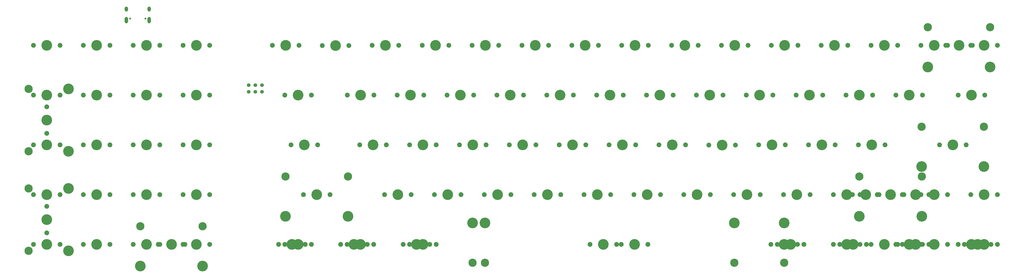
<source format=gts>
G04 #@! TF.GenerationSoftware,KiCad,Pcbnew,(5.1.4)-1*
G04 #@! TF.CreationDate,2020-09-26T23:04:53-04:00*
G04 #@! TF.ProjectId,southpawpcbv2,736f7574-6870-4617-9770-636276322e6b,rev?*
G04 #@! TF.SameCoordinates,Original*
G04 #@! TF.FileFunction,Soldermask,Top*
G04 #@! TF.FilePolarity,Negative*
%FSLAX46Y46*%
G04 Gerber Fmt 4.6, Leading zero omitted, Abs format (unit mm)*
G04 Created by KiCad (PCBNEW (5.1.4)-1) date 2020-09-26 23:04:53*
%MOMM*%
%LPD*%
G04 APERTURE LIST*
%ADD10C,4.087800*%
%ADD11C,1.850000*%
%ADD12C,3.148000*%
%ADD13C,0.750000*%
%ADD14O,1.300000X2.500000*%
%ADD15O,1.300000X1.900000*%
%ADD16C,1.408000*%
G04 APERTURE END LIST*
D10*
G04 #@! TO.C,MX101*
X251587000Y6350000D03*
D11*
X246507000Y6350000D03*
X256667000Y6350000D03*
G04 #@! TD*
D10*
G04 #@! TO.C,MX13*
X17526000Y6350000D03*
D11*
X12446000Y6350000D03*
X22606000Y6350000D03*
D12*
X5619750Y13335000D03*
X29432250Y13335000D03*
D10*
X5619750Y-1905000D03*
X29432250Y-1905000D03*
G04 #@! TD*
G04 #@! TO.C,MX60*
X182499000Y6350000D03*
D11*
X177419000Y6350000D03*
X187579000Y6350000D03*
D12*
X132499100Y-635000D03*
X232498900Y-635000D03*
D10*
X132499100Y14605000D03*
X232498900Y14605000D03*
G04 #@! TD*
G04 #@! TO.C,MX61*
X194437000Y6350000D03*
D11*
X189357000Y6350000D03*
X199517000Y6350000D03*
D12*
X137287000Y-635000D03*
X251587000Y-635000D03*
D10*
X137287000Y14605000D03*
X251587000Y14605000D03*
G04 #@! TD*
G04 #@! TO.C,MX98*
X315995192Y44469869D03*
D11*
X310915192Y44469869D03*
X321075192Y44469869D03*
D12*
X304088942Y51454869D03*
X327901442Y51454869D03*
D10*
X304088942Y36214869D03*
X327901442Y36214869D03*
G04 #@! TD*
G04 #@! TO.C,MX68*
X227841206Y44414246D03*
D11*
X222761206Y44414246D03*
X232921206Y44414246D03*
G04 #@! TD*
D10*
G04 #@! TO.C,MX38*
X99280341Y82549283D03*
D11*
X94200341Y82549283D03*
X104360341Y82549283D03*
G04 #@! TD*
D10*
G04 #@! TO.C,MX56*
X175514000Y82550000D03*
D11*
X170434000Y82550000D03*
X180594000Y82550000D03*
G04 #@! TD*
D10*
G04 #@! TO.C,MX93*
X301752000Y6350000D03*
D11*
X296672000Y6350000D03*
X306832000Y6350000D03*
G04 #@! TD*
D10*
G04 #@! TO.C,MX88*
X308864000Y6350000D03*
D11*
X303784000Y6350000D03*
X313944000Y6350000D03*
G04 #@! TD*
D10*
G04 #@! TO.C,MX104*
X299339000Y6350000D03*
D11*
X294259000Y6350000D03*
X304419000Y6350000D03*
G04 #@! TD*
D10*
G04 #@! TO.C,MX28*
X282702000Y25400000D03*
D11*
X277622000Y25400000D03*
X287782000Y25400000D03*
G04 #@! TD*
D10*
G04 #@! TO.C,MX12*
X-11049000Y6350000D03*
D11*
X-16129000Y6350000D03*
X-5969000Y6350000D03*
G04 #@! TD*
D10*
G04 #@! TO.C,MX97*
X323124788Y63519096D03*
D11*
X318044788Y63519096D03*
X328204788Y63519096D03*
G04 #@! TD*
D10*
G04 #@! TO.C,MX24*
X63500000Y6350000D03*
D11*
X58420000Y6350000D03*
X68580000Y6350000D03*
G04 #@! TD*
D10*
G04 #@! TO.C,MX81*
X277876000Y6350000D03*
D11*
X272796000Y6350000D03*
X282956000Y6350000D03*
G04 #@! TD*
D13*
G04 #@! TO.C,USB1*
X7538200Y92810000D03*
X1758200Y92810000D03*
D14*
X328200Y92280000D03*
X8968200Y92280000D03*
D15*
X328200Y96460000D03*
X8968200Y96460000D03*
G04 #@! TD*
D16*
G04 #@! TO.C,J1*
X52070000Y64770000D03*
X52070000Y67310000D03*
X46990000Y67310000D03*
X46990000Y64770000D03*
X49530000Y67310000D03*
X49530000Y64770000D03*
G04 #@! TD*
D10*
G04 #@! TO.C,MX103*
X327914000Y82550000D03*
D11*
X322834000Y82550000D03*
X332994000Y82550000D03*
G04 #@! TD*
D10*
G04 #@! TO.C,MX102*
X318343779Y82556296D03*
D11*
X313263779Y82556296D03*
X323423779Y82556296D03*
D12*
X306437529Y89541296D03*
X330250029Y89541296D03*
D10*
X306437529Y74301296D03*
X330250029Y74301296D03*
G04 #@! TD*
G04 #@! TO.C,MX100*
X323088000Y6350000D03*
D11*
X318008000Y6350000D03*
X328168000Y6350000D03*
G04 #@! TD*
D10*
G04 #@! TO.C,MX99*
X327914000Y25400000D03*
D11*
X322834000Y25400000D03*
X332994000Y25400000D03*
G04 #@! TD*
D10*
G04 #@! TO.C,MX96*
X308864000Y82550000D03*
D11*
X303784000Y82550000D03*
X313944000Y82550000D03*
G04 #@! TD*
G04 #@! TO.C,MX95*
X330581000Y6350000D03*
X320421000Y6350000D03*
D10*
X325501000Y6350000D03*
G04 #@! TD*
G04 #@! TO.C,MX94*
X327914000Y6350000D03*
D11*
X322834000Y6350000D03*
X332994000Y6350000D03*
G04 #@! TD*
D10*
G04 #@! TO.C,MX92*
X308864000Y25400000D03*
D11*
X303784000Y25400000D03*
X313944000Y25400000D03*
G04 #@! TD*
D10*
G04 #@! TO.C,MX90*
X299290998Y63514483D03*
D11*
X294210998Y63514483D03*
X304370998Y63514483D03*
G04 #@! TD*
D10*
G04 #@! TO.C,MX89*
X289814000Y82550000D03*
D11*
X284734000Y82550000D03*
X294894000Y82550000D03*
G04 #@! TD*
D10*
G04 #@! TO.C,MX87*
X301752000Y25400000D03*
D11*
X296672000Y25400000D03*
X306832000Y25400000D03*
G04 #@! TD*
D10*
G04 #@! TO.C,MX86*
X289814000Y6350000D03*
D11*
X284734000Y6350000D03*
X294894000Y6350000D03*
G04 #@! TD*
D10*
G04 #@! TO.C,MX85*
X304133250Y17145000D03*
X280320750Y17145000D03*
D12*
X304133250Y32385000D03*
X280320750Y32385000D03*
D11*
X297307000Y25400000D03*
X287147000Y25400000D03*
D10*
X292227000Y25400000D03*
G04 #@! TD*
G04 #@! TO.C,MX84*
X284988000Y44450000D03*
D11*
X279908000Y44450000D03*
X290068000Y44450000D03*
G04 #@! TD*
D10*
G04 #@! TO.C,MX83*
X280289000Y63500000D03*
D11*
X275209000Y63500000D03*
X285369000Y63500000D03*
G04 #@! TD*
D10*
G04 #@! TO.C,MX82*
X270764000Y82550000D03*
D11*
X265684000Y82550000D03*
X275844000Y82550000D03*
G04 #@! TD*
D10*
G04 #@! TO.C,MX80*
X275463000Y6350000D03*
D11*
X270383000Y6350000D03*
X280543000Y6350000D03*
G04 #@! TD*
D10*
G04 #@! TO.C,MX79*
X275463000Y25400000D03*
D11*
X270383000Y25400000D03*
X280543000Y25400000D03*
G04 #@! TD*
D10*
G04 #@! TO.C,MX78*
X265938000Y44450000D03*
D11*
X260858000Y44450000D03*
X271018000Y44450000D03*
G04 #@! TD*
D10*
G04 #@! TO.C,MX77*
X261239000Y63500000D03*
D11*
X256159000Y63500000D03*
X266319000Y63500000D03*
G04 #@! TD*
D10*
G04 #@! TO.C,MX76*
X251714000Y82550000D03*
D11*
X246634000Y82550000D03*
X256794000Y82550000D03*
G04 #@! TD*
D10*
G04 #@! TO.C,MX75*
X254000000Y6350000D03*
D11*
X248920000Y6350000D03*
X259080000Y6350000D03*
G04 #@! TD*
D10*
G04 #@! TO.C,MX74*
X256413000Y25400000D03*
D11*
X251333000Y25400000D03*
X261493000Y25400000D03*
G04 #@! TD*
D10*
G04 #@! TO.C,MX73*
X246881586Y44481515D03*
D11*
X241801586Y44481515D03*
X251961586Y44481515D03*
G04 #@! TD*
D10*
G04 #@! TO.C,MX72*
X242189000Y63500000D03*
D11*
X237109000Y63500000D03*
X247269000Y63500000D03*
G04 #@! TD*
D10*
G04 #@! TO.C,MX71*
X232664000Y82550000D03*
D11*
X227584000Y82550000D03*
X237744000Y82550000D03*
G04 #@! TD*
D10*
G04 #@! TO.C,MX69*
X237363000Y25400000D03*
D11*
X232283000Y25400000D03*
X242443000Y25400000D03*
G04 #@! TD*
D10*
G04 #@! TO.C,MX67*
X223139000Y63500000D03*
D11*
X218059000Y63500000D03*
X228219000Y63500000D03*
G04 #@! TD*
D10*
G04 #@! TO.C,MX66*
X213614000Y82550000D03*
D11*
X208534000Y82550000D03*
X218694000Y82550000D03*
G04 #@! TD*
D10*
G04 #@! TO.C,MX65*
X218313000Y25400000D03*
D11*
X213233000Y25400000D03*
X223393000Y25400000D03*
G04 #@! TD*
G04 #@! TO.C,MX64*
X213868000Y44450000D03*
X203708000Y44450000D03*
D10*
X208788000Y44450000D03*
G04 #@! TD*
G04 #@! TO.C,MX63*
X204089000Y63500000D03*
D11*
X199009000Y63500000D03*
X209169000Y63500000D03*
G04 #@! TD*
D10*
G04 #@! TO.C,MX62*
X194564000Y82550000D03*
D11*
X189484000Y82550000D03*
X199644000Y82550000D03*
G04 #@! TD*
D10*
G04 #@! TO.C,MX59*
X199263000Y25400000D03*
D11*
X194183000Y25400000D03*
X204343000Y25400000D03*
G04 #@! TD*
D10*
G04 #@! TO.C,MX58*
X189738000Y44450000D03*
D11*
X184658000Y44450000D03*
X194818000Y44450000D03*
G04 #@! TD*
D10*
G04 #@! TO.C,MX57*
X185039000Y63500000D03*
D11*
X179959000Y63500000D03*
X190119000Y63500000D03*
G04 #@! TD*
D10*
G04 #@! TO.C,MX55*
X180213000Y25400000D03*
D11*
X175133000Y25400000D03*
X185293000Y25400000D03*
G04 #@! TD*
D10*
G04 #@! TO.C,MX54*
X170688000Y44450000D03*
D11*
X165608000Y44450000D03*
X175768000Y44450000D03*
G04 #@! TD*
D10*
G04 #@! TO.C,MX53*
X165989000Y63500000D03*
D11*
X160909000Y63500000D03*
X171069000Y63500000D03*
G04 #@! TD*
D10*
G04 #@! TO.C,MX52*
X156464000Y82550000D03*
D11*
X151384000Y82550000D03*
X161544000Y82550000D03*
G04 #@! TD*
D10*
G04 #@! TO.C,MX50*
X161163000Y25400000D03*
D11*
X156083000Y25400000D03*
X166243000Y25400000D03*
G04 #@! TD*
D10*
G04 #@! TO.C,MX49*
X151638000Y44450000D03*
D11*
X146558000Y44450000D03*
X156718000Y44450000D03*
G04 #@! TD*
D10*
G04 #@! TO.C,MX48*
X146939000Y63500000D03*
D11*
X141859000Y63500000D03*
X152019000Y63500000D03*
G04 #@! TD*
D10*
G04 #@! TO.C,MX47*
X137414000Y82550000D03*
D11*
X132334000Y82550000D03*
X142494000Y82550000D03*
G04 #@! TD*
D10*
G04 #@! TO.C,MX46*
X142113000Y25400000D03*
D11*
X137033000Y25400000D03*
X147193000Y25400000D03*
G04 #@! TD*
D10*
G04 #@! TO.C,MX45*
X132588000Y44450000D03*
D11*
X127508000Y44450000D03*
X137668000Y44450000D03*
G04 #@! TD*
D10*
G04 #@! TO.C,MX44*
X127889000Y63500000D03*
D11*
X122809000Y63500000D03*
X132969000Y63500000D03*
G04 #@! TD*
D10*
G04 #@! TO.C,MX43*
X118364000Y82550000D03*
D11*
X113284000Y82550000D03*
X123444000Y82550000D03*
G04 #@! TD*
D10*
G04 #@! TO.C,MX42*
X113538000Y6350000D03*
D11*
X108458000Y6350000D03*
X118618000Y6350000D03*
G04 #@! TD*
D10*
G04 #@! TO.C,MX41*
X123063000Y25400000D03*
D11*
X117983000Y25400000D03*
X128143000Y25400000D03*
G04 #@! TD*
D10*
G04 #@! TO.C,MX40*
X113538000Y44450000D03*
D11*
X108458000Y44450000D03*
X118618000Y44450000D03*
G04 #@! TD*
D10*
G04 #@! TO.C,MX39*
X108839000Y63500000D03*
D11*
X103759000Y63500000D03*
X113919000Y63500000D03*
G04 #@! TD*
D10*
G04 #@! TO.C,MX37*
X111125000Y6350000D03*
D11*
X106045000Y6350000D03*
X116205000Y6350000D03*
G04 #@! TD*
D10*
G04 #@! TO.C,MX36*
X89662000Y6350000D03*
D11*
X84582000Y6350000D03*
X94742000Y6350000D03*
G04 #@! TD*
D10*
G04 #@! TO.C,MX35*
X104013000Y25400000D03*
D11*
X98933000Y25400000D03*
X109093000Y25400000D03*
G04 #@! TD*
D10*
G04 #@! TO.C,MX34*
X94488000Y44450000D03*
D11*
X89408000Y44450000D03*
X99568000Y44450000D03*
G04 #@! TD*
D10*
G04 #@! TO.C,MX33*
X89789000Y63500000D03*
D11*
X84709000Y63500000D03*
X94869000Y63500000D03*
G04 #@! TD*
D10*
G04 #@! TO.C,MX32*
X80207937Y82532005D03*
D11*
X75127937Y82532005D03*
X85287937Y82532005D03*
G04 #@! TD*
D10*
G04 #@! TO.C,MX31*
X87249000Y6350000D03*
D11*
X82169000Y6350000D03*
X92329000Y6350000D03*
G04 #@! TD*
D10*
G04 #@! TO.C,MX30*
X73025000Y25400000D03*
D11*
X67945000Y25400000D03*
X78105000Y25400000D03*
D12*
X61118750Y32385000D03*
X84931250Y32385000D03*
D10*
X61118750Y17145000D03*
X84931250Y17145000D03*
G04 #@! TD*
G04 #@! TO.C,MX29*
X65913000Y6350000D03*
D11*
X60833000Y6350000D03*
X70993000Y6350000D03*
G04 #@! TD*
D10*
G04 #@! TO.C,MX27*
X68288579Y44447006D03*
D11*
X63208579Y44447006D03*
X73368579Y44447006D03*
G04 #@! TD*
D10*
G04 #@! TO.C,MX26*
X65913000Y63500000D03*
D11*
X60833000Y63500000D03*
X70993000Y63500000D03*
G04 #@! TD*
D10*
G04 #@! TO.C,MX25*
X61162065Y82550000D03*
D11*
X56082065Y82550000D03*
X66242065Y82550000D03*
G04 #@! TD*
D10*
G04 #@! TO.C,MX23*
X27051000Y6350000D03*
D11*
X21971000Y6350000D03*
X32131000Y6350000D03*
G04 #@! TD*
D10*
G04 #@! TO.C,MX22*
X27051000Y25400000D03*
D11*
X21971000Y25400000D03*
X32131000Y25400000D03*
G04 #@! TD*
D10*
G04 #@! TO.C,MX21*
X27051000Y44450000D03*
D11*
X21971000Y44450000D03*
X32131000Y44450000D03*
G04 #@! TD*
D10*
G04 #@! TO.C,MX20*
X27051000Y63500000D03*
D11*
X21971000Y63500000D03*
X32131000Y63500000D03*
G04 #@! TD*
D10*
G04 #@! TO.C,MX19*
X27051000Y82550000D03*
D11*
X21971000Y82550000D03*
X32131000Y82550000D03*
G04 #@! TD*
D10*
G04 #@! TO.C,MX18*
X8001000Y6350000D03*
D11*
X2921000Y6350000D03*
X13081000Y6350000D03*
G04 #@! TD*
D10*
G04 #@! TO.C,MX17*
X8001000Y25400000D03*
D11*
X2921000Y25400000D03*
X13081000Y25400000D03*
G04 #@! TD*
D10*
G04 #@! TO.C,MX16*
X8001000Y44450000D03*
D11*
X2921000Y44450000D03*
X13081000Y44450000D03*
G04 #@! TD*
D10*
G04 #@! TO.C,MX15*
X8001000Y63500000D03*
D11*
X2921000Y63500000D03*
X13081000Y63500000D03*
G04 #@! TD*
D10*
G04 #@! TO.C,MX14*
X8001000Y82550000D03*
D11*
X2921000Y82550000D03*
X13081000Y82550000D03*
G04 #@! TD*
D10*
G04 #@! TO.C,MX11*
X-11049000Y25400000D03*
D11*
X-16129000Y25400000D03*
X-5969000Y25400000D03*
G04 #@! TD*
D10*
G04 #@! TO.C,MX10*
X-11049000Y44450000D03*
D11*
X-16129000Y44450000D03*
X-5969000Y44450000D03*
G04 #@! TD*
D10*
G04 #@! TO.C,MX9*
X-11049000Y63500000D03*
D11*
X-16129000Y63500000D03*
X-5969000Y63500000D03*
G04 #@! TD*
D10*
G04 #@! TO.C,MX8*
X-11049000Y82550000D03*
D11*
X-16129000Y82550000D03*
X-5969000Y82550000D03*
G04 #@! TD*
D10*
G04 #@! TO.C,MX7*
X-30099000Y25400000D03*
D11*
X-35179000Y25400000D03*
X-25019000Y25400000D03*
G04 #@! TD*
D10*
G04 #@! TO.C,MX6*
X-30099000Y6350000D03*
D11*
X-35179000Y6350000D03*
X-25019000Y6350000D03*
G04 #@! TD*
D10*
G04 #@! TO.C,MX5*
X-30099000Y63500000D03*
D11*
X-35179000Y63500000D03*
X-25019000Y63500000D03*
G04 #@! TD*
D10*
G04 #@! TO.C,MX4*
X-30099000Y44450000D03*
D11*
X-35179000Y44450000D03*
X-25019000Y44450000D03*
G04 #@! TD*
D10*
G04 #@! TO.C,MX3*
X-30099000Y82550000D03*
D11*
X-35179000Y82550000D03*
X-25019000Y82550000D03*
G04 #@! TD*
D10*
G04 #@! TO.C,MX2*
X-30099000Y15875000D03*
D11*
X-30099000Y10795000D03*
X-30099000Y20955000D03*
D12*
X-37084000Y3968750D03*
X-37084000Y27781250D03*
D10*
X-21844000Y3968750D03*
X-21844000Y27781250D03*
G04 #@! TD*
G04 #@! TO.C,MX1*
X-30099000Y53975000D03*
D11*
X-30099000Y48895000D03*
X-30099000Y59055000D03*
D12*
X-37084000Y42068750D03*
X-37084000Y65881250D03*
D10*
X-21844000Y42068750D03*
X-21844000Y65881250D03*
G04 #@! TD*
M02*

</source>
